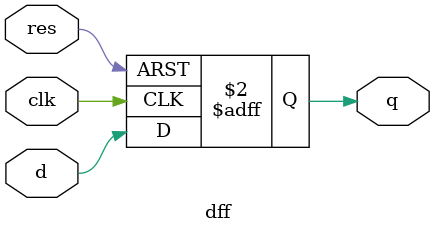
<source format=v>
module dff(d,res,clk,q);
  input d,res,clk;
  output reg q;
  always @ (posedge clk or posedge res)begin
    if (res)
      q<=0;
    else
      q<=d;
  end 
endmodule

</source>
